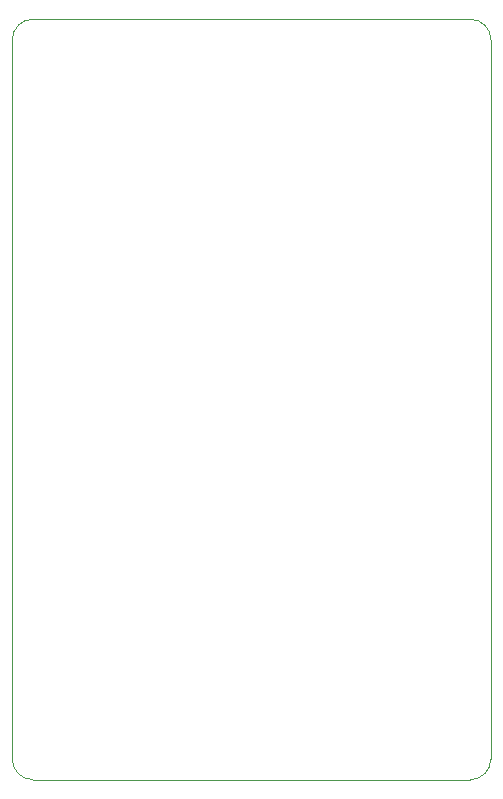
<source format=gbr>
%TF.GenerationSoftware,KiCad,Pcbnew,(5.1.6)-1*%
%TF.CreationDate,2023-06-21T17:15:11-04:00*%
%TF.ProjectId,PLCC68-to-PGA,504c4343-3638-42d7-946f-2d5047412e6b,rev?*%
%TF.SameCoordinates,Original*%
%TF.FileFunction,Profile,NP*%
%FSLAX46Y46*%
G04 Gerber Fmt 4.6, Leading zero omitted, Abs format (unit mm)*
G04 Created by KiCad (PCBNEW (5.1.6)-1) date 2023-06-21 17:15:11*
%MOMM*%
%LPD*%
G01*
G04 APERTURE LIST*
%TA.AperFunction,Profile*%
%ADD10C,0.050000*%
%TD*%
G04 APERTURE END LIST*
D10*
X155605480Y-73660000D02*
G75*
G02*
X157353184Y-71912296I1747704J0D01*
G01*
X157348104Y-136301671D02*
G75*
G02*
X155605480Y-134564120I0J1742631D01*
G01*
X196128640Y-134553776D02*
G75*
G02*
X194380936Y-136301480I-1747704J0D01*
G01*
X194386016Y-71912296D02*
G75*
G02*
X196133720Y-73660000I0J-1747704D01*
G01*
X196128640Y-123926600D02*
X196133720Y-73660000D01*
X157353184Y-71912296D02*
X194386016Y-71912296D01*
X155605480Y-134564120D02*
X155605480Y-73660000D01*
X194380936Y-136301480D02*
X157348104Y-136301671D01*
X196128640Y-123926600D02*
X196128640Y-134553776D01*
M02*

</source>
